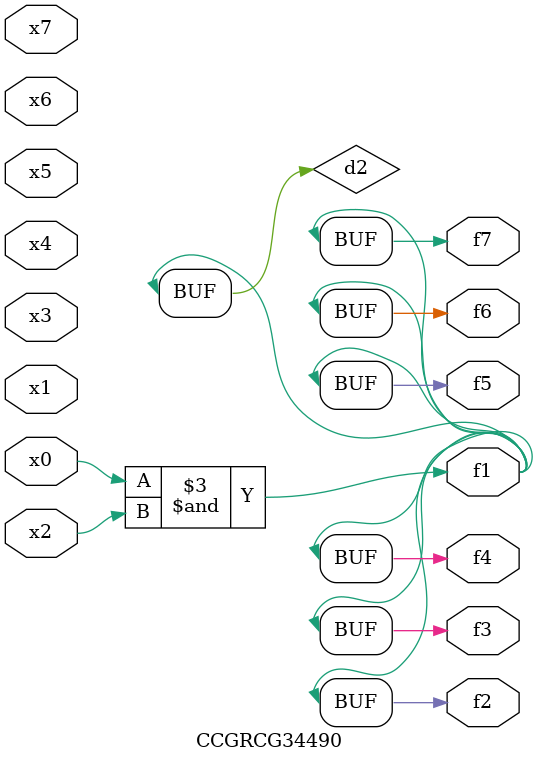
<source format=v>
module CCGRCG34490(
	input x0, x1, x2, x3, x4, x5, x6, x7,
	output f1, f2, f3, f4, f5, f6, f7
);

	wire d1, d2;

	nor (d1, x3, x6);
	and (d2, x0, x2);
	assign f1 = d2;
	assign f2 = d2;
	assign f3 = d2;
	assign f4 = d2;
	assign f5 = d2;
	assign f6 = d2;
	assign f7 = d2;
endmodule

</source>
